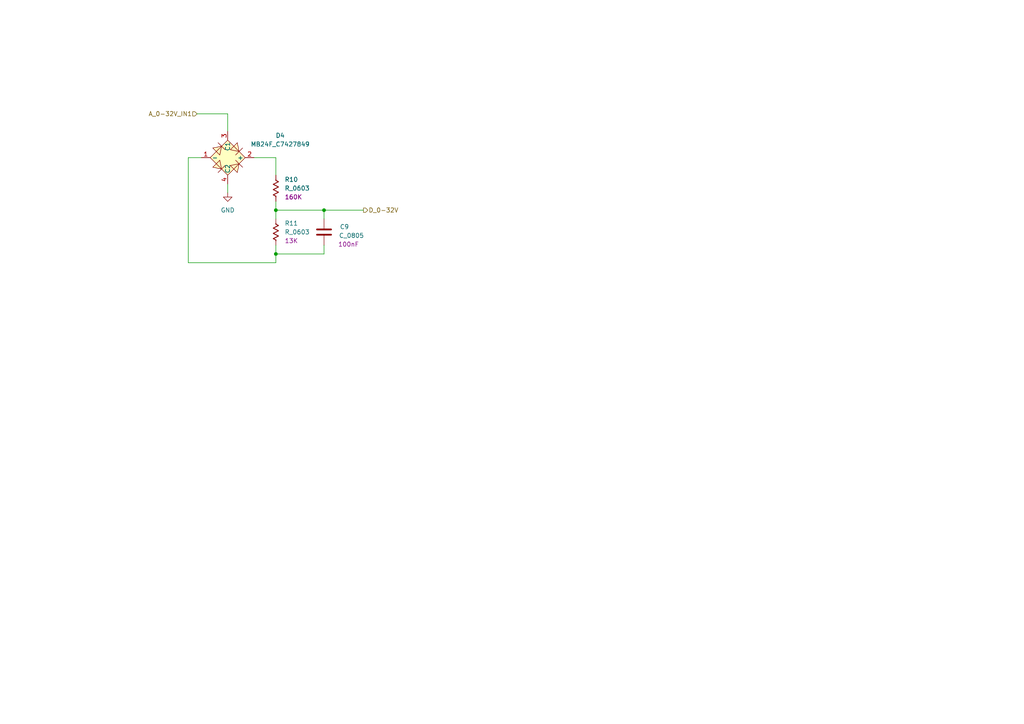
<source format=kicad_sch>
(kicad_sch (version 20250114) (generator "eeschema") (generator_version "9.0")
  (paper "A4")
  (lib_symbols
    (symbol "PCM_Capacitor_AKL:C_0805" (pin_numbers (hide yes)) (pin_names (offset 0.254))
      (property "Reference" "C" (at 0.635 2.54 0))
      (property "Value" "C_0805" (at 0.635 -2.54 0))
      (symbol "C_0805_0_1"
        (polyline (pts (xy -2.032 0.762) (xy 2.032 0.762)) (stroke (width 0.508)))
        (polyline (pts (xy -2.032 -0.762) (xy 2.032 -0.762)) (stroke (width 0.508)))
      )
      (symbol "C_0805_0_2"
        (polyline (pts (xy -2.54 -2.54) (xy -0.381 -0.381)))
        (polyline (pts (xy -0.508 -0.508) (xy -1.651 0.635)) (stroke (width 0.508)))
        (polyline (pts (xy -0.508 -0.508) (xy 0.635 -1.651)) (stroke (width 0.508)))
        (polyline (pts (xy 0.381 0.381) (xy 2.54 2.54)))
        (polyline (pts (xy 0.508 0.508) (xy -0.635 1.651)) (stroke (width 0.508)))
        (polyline (pts (xy 0.508 0.508) (xy 1.651 -0.635)) (stroke (width 0.508)))
      )
      (symbol "C_0805_1_1"
        (pin passive line (at 0 3.81 270) (length 2.794) (name "~") (number "1"))
        (pin passive line (at 0 -3.81 90) (length 2.794) (name "~") (number "2"))
      )
      (symbol "C_0805_1_2"
        (pin passive line (at -2.54 -2.54 90) (length 0) (name "~") (number "2"))
        (pin passive line (at 2.54 2.54 270) (length 0) (name "~") (number "1"))
      )
    )
    (symbol "PCM_Resistor_US_AKL:R_0603" (pin_numbers (hide yes)) (pin_names (offset 0))
      (property "Reference" "R" (at 2.54 1.27 0))
      (property "Value" "R_0603" (at 2.54 -1.27 0))
      (symbol "R_0603_0_1"
        (polyline (pts (xy 0 2.286) (xy 0 2.54)) (stroke (width 0.254)))
        (polyline (pts (xy 0 2.286) (xy 0.762 1.905) (xy -0.762 1.143) (xy 0 0.762) (xy 0.762 0.381) (xy 0 0) (xy -0.762 -0.381) (xy 0 -0.762) (xy 0.762 -1.143) (xy 0 -1.524) (xy -0.762 -1.905) (xy 0 -2.286)) (stroke (width 0.254)))
        (polyline (pts (xy 0 -2.286) (xy 0 -2.54)) (stroke (width 0.254)))
      )
      (symbol "R_0603_0_2"
        (polyline (pts (xy -2.54 -2.54) (xy -1.778 -1.778)))
        (polyline (pts (xy -1.778 -1.778) (xy -1.524 -1.524)) (stroke (width 0.254)))
        (polyline (pts (xy -1.524 -1.524) (xy -1.778 -0.762) (xy -1.016 -1.016)) (stroke (width 0.254)))
        (polyline (pts (xy -0.508 -0.508) (xy -0.762 0.254) (xy 0 0)) (stroke (width 0.254)))
        (polyline (pts (xy -0.508 -0.508) (xy -0.254 -1.27) (xy -1.016 -1.016)) (stroke (width 0.254)))
        (polyline (pts (xy 0.508 0.508) (xy 0.254 1.27) (xy 1.016 1.016)) (stroke (width 0.254)))
        (polyline (pts (xy 0.508 0.508) (xy 0.762 -0.254) (xy 0 0)) (stroke (width 0.254)))
        (polyline (pts (xy 1.524 1.524) (xy 1.778 0.762) (xy 1.016 1.016)) (stroke (width 0.254)))
        (polyline (pts (xy 1.778 1.778) (xy 1.524 1.524)) (stroke (width 0.254)))
        (polyline (pts (xy 1.778 1.778) (xy 2.54 2.54)))
      )
      (symbol "R_0603_1_1"
        (pin passive line (at 0 3.81 270) (length 1.27) (name "~") (number "1"))
        (pin passive line (at 0 -3.81 90) (length 1.27) (name "~") (number "2"))
      )
      (symbol "R_0603_1_2"
        (pin passive line (at -2.54 -2.54 0) (length 0) (name "") (number "2"))
        (pin passive line (at 2.54 2.54 180) (length 0) (name "") (number "1"))
      )
    )
    (symbol "PUENTE DIODO:MB24F_C7427849"
      (property "Reference" "D" (at 0 12.7 0))
      (property "Value" "MB24F_C7427849" (at 0 -12.7 0))
      (symbol "MB24F_C7427849_0_1"
        (polyline (pts (xy -4.32 2.79) (xy -1.78 3.3) (xy -2.29 0.76) (xy -4.32 2.79)) (fill (type background)))
        (polyline (pts (xy -2.79 4.32) (xy -0.76 2.29)))
        (polyline (pts (xy -2.29 -0.76) (xy -1.78 -3.3) (xy -4.32 -2.79) (xy -2.29 -0.76)) (fill (type background)))
        (polyline (pts (xy -0.76 -2.29) (xy -2.79 -4.32)))
        (polyline (pts (xy 0 5.08) (xy -5.08 0) (xy 0 -5.08) (xy 5.08 0) (xy 0 5.08)) (fill (type background)))
        (polyline (pts (xy 0.76 -2.29) (xy 3.3 -1.78) (xy 2.79 -4.32) (xy 0.76 -2.29)) (fill (type background)))
        (polyline (pts (xy 2.29 -0.76) (xy 4.32 -2.79)))
        (polyline (pts (xy 2.79 4.32) (xy 3.3 1.78) (xy 0.76 2.29) (xy 2.79 4.32)) (fill (type background)))
        (polyline (pts (xy 4.32 2.79) (xy 2.29 0.76)))
      )
      (symbol "MB24F_C7427849_1_1"
        (pin unspecified line (at -7.62 0 0) (length 2.54) (name "-") (number "1"))
        (pin unspecified line (at 0 7.62 270) (length 2.54) (name "C1") (number "3"))
        (pin unspecified line (at 0 -7.62 90) (length 2.54) (name "C2") (number "4"))
        (pin unspecified line (at 7.62 0 180) (length 2.54) (name "+") (number "2"))
      )
    )
    (symbol "power:GND" (power) (pin_numbers (hide yes)) (pin_names (offset 0) (hide yes))
      (property "Value" "GND" (at 0 -3.81 0))
      (symbol "GND_0_1"
        (polyline (pts (xy 0 0) (xy 0 -1.27) (xy 1.27 -1.27) (xy 0 -2.54) (xy -1.27 -1.27) (xy 0 -1.27)))
      )
      (symbol "GND_1_1"
        (pin power_in line (at 0 0 270) (length 0) (name "~") (number "1"))
      )
    )
  )
  (junction (at 80.01 60.96))
  (junction (at 93.98 60.96))
  (junction (at 80.01 73.66))
  (wire (pts (xy 80.01 71.12) (xy 80.01 73.66)))
  (wire (pts (xy 54.61 45.72) (xy 58.42 45.72)))
  (wire (pts (xy 54.61 76.2) (xy 54.61 45.72)))
  (wire (pts (xy 93.98 60.96) (xy 105.41 60.96)))
  (wire (pts (xy 80.01 45.72) (xy 80.01 50.8)))
  (wire (pts (xy 80.01 60.96) (xy 80.01 63.5)))
  (wire (pts (xy 66.04 53.34) (xy 66.04 55.88)))
  (wire (pts (xy 93.98 63.5) (xy 93.98 60.96)))
  (wire (pts (xy 93.98 60.96) (xy 80.01 60.96)))
  (wire (pts (xy 66.04 33.02) (xy 66.04 38.1)))
  (wire (pts (xy 80.01 58.42) (xy 80.01 60.96)))
  (wire (pts (xy 80.01 76.2) (xy 54.61 76.2)))
  (wire (pts (xy 93.98 71.12) (xy 93.98 73.66)))
  (wire (pts (xy 93.98 73.66) (xy 80.01 73.66)))
  (wire (pts (xy 80.01 73.66) (xy 80.01 76.2)))
  (wire (pts (xy 57.15 33.02) (xy 66.04 33.02)))
  (wire (pts (xy 73.66 45.72) (xy 80.01 45.72)))
  (hierarchical_label "A_0-32V_IN1" (shape input) (at 57.15 33.02 180))
  (hierarchical_label "D_0-32V" (shape output) (at 105.41 60.96 0))
  (symbol (lib_id "PUENTE DIODO:MB24F_C7427849") (at 66.04 45.72 0) (unit 1)
    (property "Reference" "D4" (at 81.28 39.2998 0))
    (property "Value" "MB24F_C7427849" (at 81.28 41.8398 0))
    (property "Footprint" "Battery:MB24F" (effects (hide yes)))
    (property "LCSC Part" "C7427849" (effects (hide yes)))
  )
  (symbol (lib_id "power:GND") (at 66.04 55.88 0) (unit 1)
    (property "Reference" "#PWR023" (effects (hide yes)))
    (property "Value" "GND" (at 66.04 60.96 0))
    (property "Description" "Power symbol creates a global label with name \"GND\" , ground" (effects (hide yes)))
  )
  (symbol (lib_id "PCM_Resistor_US_AKL:R_0603") (at 80.01 67.31 180) (unit 1)
    (property "Reference" "R11" (at 82.55 64.7699 0) (effects (justify right)))
    (property "Value" "R_0603" (at 82.55 67.3099 0) (effects (justify right)))
    (property "Footprint" "PCM_Resistor_SMD_AKL:R_0603_1608Metric" (effects (hide yes)))
    (property "Datasheet" "1K" (effects (hide yes)))
    (property "Description" "SMD 0603 Chip Resistor, US Symbol, Alternate KiCad Library" (effects (hide yes)))
    (property "Field5" "13K" (at 82.55 69.8499 0) (effects (justify right)))
  )
  (symbol (lib_id "PCM_Resistor_US_AKL:R_0603") (at 80.01 54.61 180) (unit 1)
    (property "Reference" "R10" (at 82.55 52.0699 0) (effects (justify right)))
    (property "Value" "R_0603" (at 82.55 54.6099 0) (effects (justify right)))
    (property "Footprint" "PCM_Resistor_SMD_AKL:R_0603_1608Metric" (effects (hide yes)))
    (property "Datasheet" "1K" (effects (hide yes)))
    (property "Description" "SMD 0603 Chip Resistor, US Symbol, Alternate KiCad Library" (effects (hide yes)))
    (property "Field5" "160K" (at 82.55 57.1499 0) (effects (justify right)))
  )
  (symbol (lib_id "PCM_Capacitor_AKL:C_0805") (at 93.98 67.31 0) (unit 1)
    (property "Reference" "C9" (at 98.552 65.786 0) (effects (justify left)))
    (property "Value" "C_0805" (at 98.298 68.326 0) (effects (justify left)))
    (property "Footprint" "PCM_Capacitor_SMD_AKL:C_0805_2012Metric" (effects (hide yes)))
    (property "Description" "SMD 0805 MLCC capacitor, Alternate KiCad Library" (effects (hide yes)))
    (property "Capacidad" "100nF" (at 101.092 70.866 0))
  )
)
</source>
